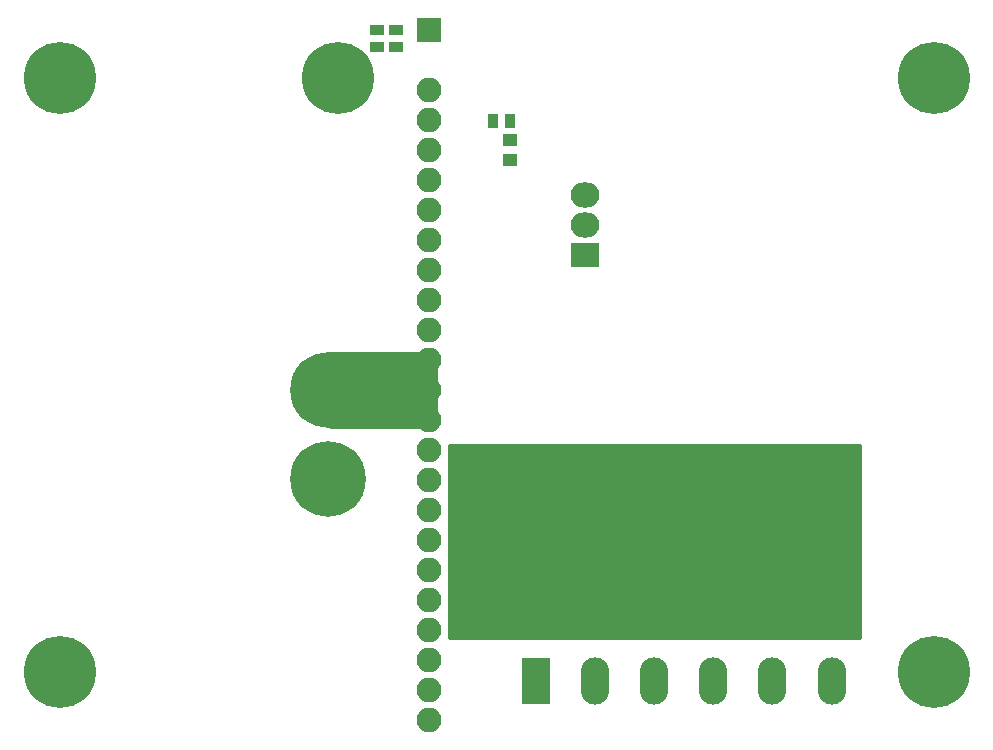
<source format=gts>
G04 #@! TF.FileFunction,Soldermask,Top*
%FSLAX46Y46*%
G04 Gerber Fmt 4.6, Leading zero omitted, Abs format (unit mm)*
G04 Created by KiCad (PCBNEW 4.0.7-e2-6376~58~ubuntu16.04.1) date Sun Feb 11 20:20:02 2018*
%MOMM*%
%LPD*%
G01*
G04 APERTURE LIST*
%ADD10C,0.100000*%
%ADD11R,2.100000X2.100000*%
%ADD12O,2.100000X2.100000*%
%ADD13R,1.300000X0.900000*%
%ADD14C,6.400000*%
%ADD15R,2.430000X2.130000*%
%ADD16O,2.430000X2.130000*%
%ADD17R,1.200000X1.000000*%
%ADD18R,0.900000X1.300000*%
%ADD19C,6.100000*%
%ADD20R,2.400000X4.000000*%
%ADD21O,2.400000X4.000000*%
%ADD22C,0.250000*%
G04 APERTURE END LIST*
D10*
D11*
X126000000Y-69000000D03*
D12*
X126000000Y-74080000D03*
X126000000Y-76620000D03*
X126000000Y-79160000D03*
X126000000Y-81700000D03*
X126000000Y-84240000D03*
X126000000Y-86780000D03*
X126000000Y-89320000D03*
X126000000Y-91860000D03*
X126000000Y-94400000D03*
X126000000Y-96940000D03*
X126000000Y-99480000D03*
X126000000Y-102020000D03*
X126000000Y-104560000D03*
X126000000Y-107100000D03*
X126000000Y-109640000D03*
X126000000Y-112180000D03*
X126000000Y-114720000D03*
X126000000Y-117260000D03*
X126000000Y-119800000D03*
X126000000Y-122340000D03*
X126000000Y-124880000D03*
X126000000Y-127420000D03*
D13*
X123200000Y-69000000D03*
X123200000Y-70500000D03*
D14*
X117500000Y-107000000D03*
X117500000Y-99500000D03*
D15*
X139250000Y-88040000D03*
D16*
X139250000Y-85500000D03*
X139250000Y-82960000D03*
D17*
X132900000Y-80000000D03*
X132900000Y-78300000D03*
D18*
X131400000Y-76750000D03*
X132900000Y-76750000D03*
D19*
X94750000Y-73100000D03*
X168750000Y-73100000D03*
X94750000Y-123400000D03*
X168750000Y-123400000D03*
X118300000Y-73100000D03*
D13*
X121575000Y-69000000D03*
X121575000Y-70500000D03*
D20*
X135100000Y-112000000D03*
D21*
X140100000Y-112000000D03*
X145100000Y-112000000D03*
X150100000Y-112000000D03*
X155100000Y-112000000D03*
X160100000Y-112000000D03*
D20*
X135100000Y-124100000D03*
D21*
X140100000Y-124100000D03*
X145100000Y-124100000D03*
X150100000Y-124100000D03*
X155100000Y-124100000D03*
X160100000Y-124100000D03*
D22*
G36*
X126625000Y-102625000D02*
X117625000Y-102625000D01*
X117625000Y-96375000D01*
X126625000Y-96375000D01*
X126625000Y-102625000D01*
X126625000Y-102625000D01*
G37*
X126625000Y-102625000D02*
X117625000Y-102625000D01*
X117625000Y-96375000D01*
X126625000Y-96375000D01*
X126625000Y-102625000D01*
G36*
X162550000Y-120475000D02*
X127725000Y-120475000D01*
X127725000Y-104125000D01*
X162550000Y-104125000D01*
X162550000Y-120475000D01*
X162550000Y-120475000D01*
G37*
X162550000Y-120475000D02*
X127725000Y-120475000D01*
X127725000Y-104125000D01*
X162550000Y-104125000D01*
X162550000Y-120475000D01*
M02*

</source>
